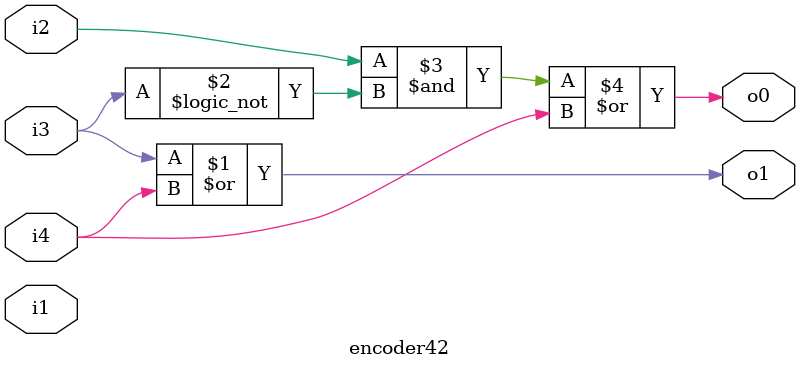
<source format=v>


module encoder42(
input i1, // input 1
input i2, // input 2
input i3, // input 3
input i4, // input 4
output wire o0, // output 1
output wire o1 // output 2
);

assign o1 = (i3 | i4);
assign o0 = ((i2 & (!i3)) | i4);

endmodule
</source>
